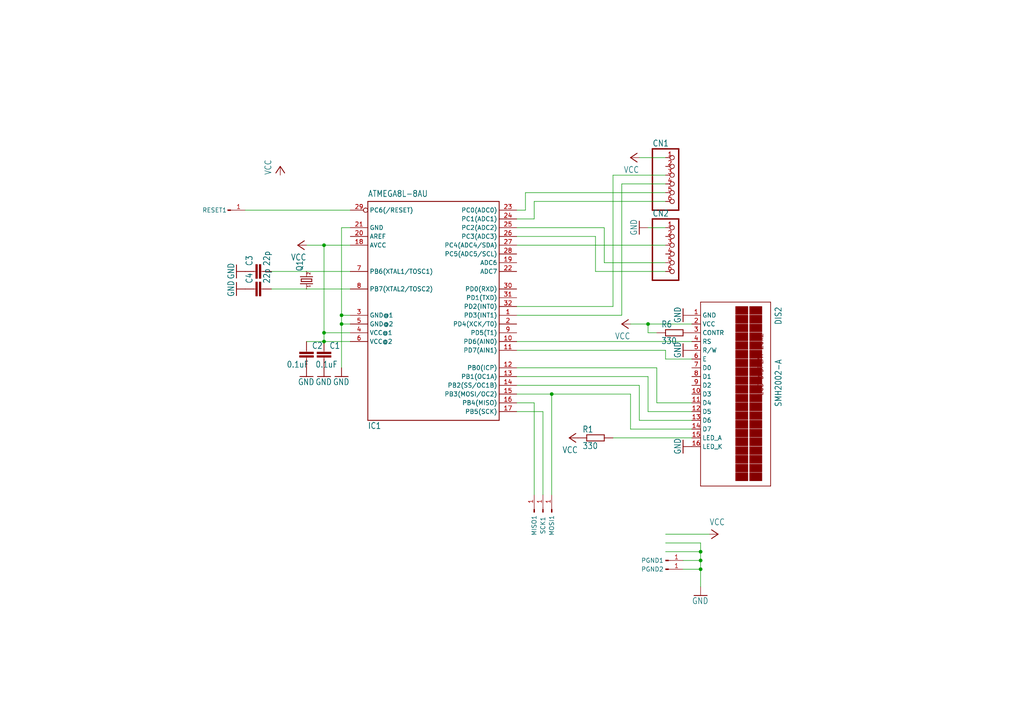
<source format=kicad_sch>
(kicad_sch (version 20230121) (generator eeschema)
  (paper "A4")
  (lib_symbols
    (symbol "Connector:Conn_01x01_Pin" (pin_names (offset 1.016) hide)
      (property "Reference" "J" (at 0 2.54 0))
      (property "Value" "Conn_01x01_Pin" (at 0 -2.54 0))
      (symbol "Conn_01x01_Pin_1_1"
        (polyline (pts (xy 1.27 0) (xy 0.8636 0)) (stroke (width 0.1524)))
        (rectangle (start 0.8636 0.127) (end 0 -0.127) (stroke (width 0.1524)) (fill (type outline)))
        (pin passive line (at 5.08 0 180) (length 3.81) (name "Pin_1") (number "1"))
      )
    )
    (symbol "sed1200emu-eagle-import:C-EUC0805"
      (property "Reference" "C" (at 1.524 0.381 0))
      (symbol "C-EUC0805_1_0"
        (rectangle (start -2.032 -2.032) (end 2.032 -1.524) (fill (type outline)))
        (rectangle (start -2.032 -1.016) (end 2.032 -0.508) (fill (type outline)))
        (polyline (pts (xy 0 -2.54) (xy 0 -2.032)) (stroke (width 0.1524)))
        (polyline (pts (xy 0 0) (xy 0 -0.508)) (stroke (width 0.1524)))
        (pin passive line (at 0 2.54 270) (length 2.54) (name "1") (number "1"))
        (pin passive line (at 0 -5.08 90) (length 2.54) (name "2") (number "2"))
      )
    )
    (symbol "sed1200emu-eagle-import:CRYSTALHC49S"
      (property "Reference" "Q" (at 2.54 1.016 0))
      (symbol "CRYSTALHC49S_1_0"
        (polyline (pts (xy -2.54 0) (xy -1.016 0)) (stroke (width 0.1524)))
        (polyline (pts (xy -1.016 1.778) (xy -1.016 -1.778)) (stroke (width 0.254)))
        (polyline (pts (xy -0.381 -1.524) (xy 0.381 -1.524)) (stroke (width 0.254)))
        (polyline (pts (xy -0.381 1.524) (xy -0.381 -1.524)) (stroke (width 0.254)))
        (polyline (pts (xy 0.381 -1.524) (xy 0.381 1.524)) (stroke (width 0.254)))
        (polyline (pts (xy 0.381 1.524) (xy -0.381 1.524)) (stroke (width 0.254)))
        (polyline (pts (xy 1.016 0) (xy 2.54 0)) (stroke (width 0.1524)))
        (polyline (pts (xy 1.016 1.778) (xy 1.016 -1.778)) (stroke (width 0.254)))
        (text "1" (at -2.159 -1.143 0) (effects (font (size 0.8636 0.734)) (justify left bottom)))
        (text "2" (at 1.524 -1.143 0) (effects (font (size 0.8636 0.734)) (justify left bottom)))
        (pin passive line (at -2.54 0 0) (length 0) (name "1") (number "1"))
        (pin passive line (at 2.54 0 180) (length 0) (name "2") (number "2"))
      )
    )
    (symbol "sed1200emu-eagle-import:GND" (power)
      (property "Value" "GND" (at -2.54 -2.54 0))
      (symbol "GND_1_0"
        (polyline (pts (xy -1.905 0) (xy 1.905 0)) (stroke (width 0.254)))
        (pin power_in line (at 0 2.54 270) (length 2.54) (name "GND") (number "1"))
      )
    )
    (symbol "sed1200emu-eagle-import:MEGA8-AI"
      (property "Reference" "IC" (at -17.78 -38.1 0))
      (symbol "MEGA8-AI_1_0"
        (polyline (pts (xy -17.78 -35.56) (xy -17.78 27.94)) (stroke (width 0.254)))
        (polyline (pts (xy -17.78 27.94) (xy 20.32 27.94)) (stroke (width 0.254)))
        (polyline (pts (xy 20.32 -35.56) (xy -17.78 -35.56)) (stroke (width 0.254)))
        (polyline (pts (xy 20.32 27.94) (xy 20.32 -35.56)) (stroke (width 0.254)))
        (pin bidirectional line (at 25.4 -5.08 180) (length 5.08) (name "PD3(INT1)") (number "1"))
        (pin bidirectional line (at 25.4 -12.7 180) (length 5.08) (name "PD6(AIN0)") (number "10"))
        (pin bidirectional line (at 25.4 -15.24 180) (length 5.08) (name "PD7(AIN1)") (number "11"))
        (pin bidirectional line (at 25.4 -20.32 180) (length 5.08) (name "PB0(ICP)") (number "12"))
        (pin bidirectional line (at 25.4 -22.86 180) (length 5.08) (name "PB1(OC1A)") (number "13"))
        (pin bidirectional line (at 25.4 -25.4 180) (length 5.08) (name "PB2(SS/OC1B)") (number "14"))
        (pin bidirectional line (at 25.4 -27.94 180) (length 5.08) (name "PB3(MOSI/OC2)") (number "15"))
        (pin bidirectional line (at 25.4 -30.48 180) (length 5.08) (name "PB4(MISO)") (number "16"))
        (pin bidirectional line (at 25.4 -33.02 180) (length 5.08) (name "PB5(SCK)") (number "17"))
        (pin power_in line (at -22.86 15.24 0) (length 5.08) (name "AVCC") (number "18"))
        (pin bidirectional line (at 25.4 10.16 180) (length 5.08) (name "ADC6") (number "19"))
        (pin bidirectional line (at 25.4 -7.62 180) (length 5.08) (name "PD4(XCK/T0)") (number "2"))
        (pin passive line (at -22.86 17.78 0) (length 5.08) (name "AREF") (number "20"))
        (pin power_in line (at -22.86 20.32 0) (length 5.08) (name "GND") (number "21"))
        (pin bidirectional line (at 25.4 7.62 180) (length 5.08) (name "ADC7") (number "22"))
        (pin bidirectional line (at 25.4 25.4 180) (length 5.08) (name "PC0(ADC0)") (number "23"))
        (pin bidirectional line (at 25.4 22.86 180) (length 5.08) (name "PC1(ADC1)") (number "24"))
        (pin bidirectional line (at 25.4 20.32 180) (length 5.08) (name "PC2(ADC2)") (number "25"))
        (pin bidirectional line (at 25.4 17.78 180) (length 5.08) (name "PC3(ADC3)") (number "26"))
        (pin bidirectional line (at 25.4 15.24 180) (length 5.08) (name "PC4(ADC4/SDA)") (number "27"))
        (pin bidirectional line (at 25.4 12.7 180) (length 5.08) (name "PC5(ADC5/SCL)") (number "28"))
        (pin bidirectional inverted (at -22.86 25.4 0) (length 5.08) (name "PC6(/RESET)") (number "29"))
        (pin power_in line (at -22.86 -5.08 0) (length 5.08) (name "GND@1") (number "3"))
        (pin bidirectional line (at 25.4 2.54 180) (length 5.08) (name "PD0(RXD)") (number "30"))
        (pin bidirectional line (at 25.4 0 180) (length 5.08) (name "PD1(TXD)") (number "31"))
        (pin bidirectional line (at 25.4 -2.54 180) (length 5.08) (name "PD2(INT0)") (number "32"))
        (pin power_in line (at -22.86 -10.16 0) (length 5.08) (name "VCC@1") (number "4"))
        (pin power_in line (at -22.86 -7.62 0) (length 5.08) (name "GND@2") (number "5"))
        (pin power_in line (at -22.86 -12.7 0) (length 5.08) (name "VCC@2") (number "6"))
        (pin bidirectional line (at -22.86 7.62 0) (length 5.08) (name "PB6(XTAL1/TOSC1)") (number "7"))
        (pin bidirectional line (at -22.86 2.54 0) (length 5.08) (name "PB7(XTAL2/TOSC2)") (number "8"))
        (pin bidirectional line (at 25.4 -10.16 180) (length 5.08) (name "PD5(T1)") (number "9"))
      )
    )
    (symbol "sed1200emu-eagle-import:PINHD-1X6"
      (property "Reference" "JP" (at -6.35 10.795 0))
      (symbol "PINHD-1X6_1_0"
        (polyline (pts (xy -6.35 -7.62) (xy 1.27 -7.62)) (stroke (width 0.4064)))
        (polyline (pts (xy -6.35 10.16) (xy -6.35 -7.62)) (stroke (width 0.4064)))
        (polyline (pts (xy 1.27 -7.62) (xy 1.27 10.16)) (stroke (width 0.4064)))
        (polyline (pts (xy 1.27 10.16) (xy -6.35 10.16)) (stroke (width 0.4064)))
        (pin passive inverted (at -2.54 7.62 0) (length 2.54) (name "1") (number "1"))
        (pin passive inverted (at -2.54 5.08 0) (length 2.54) (name "2") (number "2"))
        (pin passive inverted (at -2.54 2.54 0) (length 2.54) (name "3") (number "3"))
        (pin passive inverted (at -2.54 0 0) (length 2.54) (name "4") (number "4"))
        (pin passive inverted (at -2.54 -2.54 0) (length 2.54) (name "5") (number "5"))
        (pin passive inverted (at -2.54 -5.08 0) (length 2.54) (name "6") (number "6"))
      )
    )
    (symbol "sed1200emu-eagle-import:R-EU_M0805"
      (property "Reference" "R" (at -3.81 1.4986 0))
      (symbol "R-EU_M0805_1_0"
        (polyline (pts (xy -2.54 -0.889) (xy -2.54 0.889)) (stroke (width 0.254)))
        (polyline (pts (xy -2.54 -0.889) (xy 2.54 -0.889)) (stroke (width 0.254)))
        (polyline (pts (xy 2.54 -0.889) (xy 2.54 0.889)) (stroke (width 0.254)))
        (polyline (pts (xy 2.54 0.889) (xy -2.54 0.889)) (stroke (width 0.254)))
        (pin passive line (at -5.08 0 0) (length 2.54) (name "1") (number "1"))
        (pin passive line (at 5.08 0 180) (length 2.54) (name "2") (number "2"))
      )
    )
    (symbol "sed1200emu-eagle-import:TUXGR_20X2"
      (property "Reference" "DIS" (at -25.4 13.97 0))
      (symbol "TUXGR_20X2_1_0"
        (rectangle (start -25.4 2.54) (end -23.114 6.096) (fill (type outline)))
        (rectangle (start -25.4 6.604) (end -23.114 10.16) (fill (type outline)))
        (rectangle (start -22.86 2.54) (end -20.574 6.096) (fill (type outline)))
        (rectangle (start -22.86 6.604) (end -20.574 10.16) (fill (type outline)))
        (rectangle (start -20.32 2.54) (end -18.034 6.096) (fill (type outline)))
        (rectangle (start -20.32 6.604) (end -18.034 10.16) (fill (type outline)))
        (rectangle (start -17.78 2.54) (end -15.494 6.096) (fill (type outline)))
        (rectangle (start -17.78 6.604) (end -15.494 10.16) (fill (type outline)))
        (rectangle (start -15.24 2.54) (end -12.954 6.096) (fill (type outline)))
        (rectangle (start -15.24 6.604) (end -12.954 10.16) (fill (type outline)))
        (rectangle (start -12.7 2.54) (end -10.414 6.096) (fill (type outline)))
        (rectangle (start -12.7 6.604) (end -10.414 10.16) (fill (type outline)))
        (rectangle (start -10.16 2.54) (end -7.874 6.096) (fill (type outline)))
        (rectangle (start -10.16 6.604) (end -7.874 10.16) (fill (type outline)))
        (rectangle (start -7.62 2.54) (end -5.334 6.096) (fill (type outline)))
        (rectangle (start -7.62 6.604) (end -5.334 10.16) (fill (type outline)))
        (rectangle (start -5.08 2.54) (end -2.794 6.096) (fill (type outline)))
        (rectangle (start -5.08 6.604) (end -2.794 10.16) (fill (type outline)))
        (rectangle (start -2.54 2.54) (end -0.254 6.096) (fill (type outline)))
        (rectangle (start -2.54 6.604) (end -0.254 10.16) (fill (type outline)))
        (polyline (pts (xy -26.67 -7.62) (xy 26.67 -7.62)) (stroke (width 0.2032)))
        (polyline (pts (xy -26.67 12.7) (xy -26.67 -7.62)) (stroke (width 0.2032)))
        (polyline (pts (xy 26.67 -7.62) (xy 26.67 12.7)) (stroke (width 0.2032)))
        (polyline (pts (xy 26.67 12.7) (xy -26.67 12.7)) (stroke (width 0.2032)))
        (rectangle (start 0 2.54) (end 2.286 6.096) (fill (type outline)))
        (rectangle (start 0 6.604) (end 2.286 10.16) (fill (type outline)))
        (rectangle (start 2.54 2.54) (end 4.826 6.096) (fill (type outline)))
        (rectangle (start 2.54 6.604) (end 4.826 10.16) (fill (type outline)))
        (rectangle (start 5.08 2.54) (end 7.366 6.096) (fill (type outline)))
        (rectangle (start 5.08 6.604) (end 7.366 10.16) (fill (type outline)))
        (rectangle (start 7.62 2.54) (end 9.906 6.096) (fill (type outline)))
        (rectangle (start 7.62 6.604) (end 9.906 10.16) (fill (type outline)))
        (rectangle (start 10.16 2.54) (end 12.446 6.096) (fill (type outline)))
        (rectangle (start 10.16 6.604) (end 12.446 10.16) (fill (type outline)))
        (rectangle (start 12.7 2.54) (end 14.986 6.096) (fill (type outline)))
        (rectangle (start 12.7 6.604) (end 14.986 10.16) (fill (type outline)))
        (rectangle (start 15.24 2.54) (end 17.526 6.096) (fill (type outline)))
        (rectangle (start 15.24 6.604) (end 17.526 10.16) (fill (type outline)))
        (rectangle (start 17.78 2.54) (end 20.066 6.096) (fill (type outline)))
        (rectangle (start 17.78 6.604) (end 20.066 10.16) (fill (type outline)))
        (rectangle (start 20.32 2.54) (end 22.606 6.096) (fill (type outline)))
        (rectangle (start 20.32 6.604) (end 22.606 10.16) (fill (type outline)))
        (rectangle (start 22.86 2.54) (end 25.146 6.096) (fill (type outline)))
        (rectangle (start 22.86 6.604) (end 25.146 10.16) (fill (type outline)))
        (text "LCD DISPLAY 20x2" (at -17.78 10.668 0) (effects (font (size 1.524 1.2954)) (justify left bottom)))
        (pin power_in line (at -22.86 -10.16 90) (length 2.54) (name "GND") (number "1"))
        (pin input line (at 0 -10.16 90) (length 2.54) (name "D3") (number "10"))
        (pin input line (at 2.54 -10.16 90) (length 2.54) (name "D4") (number "11"))
        (pin input line (at 5.08 -10.16 90) (length 2.54) (name "D5") (number "12"))
        (pin input line (at 7.62 -10.16 90) (length 2.54) (name "D6") (number "13"))
        (pin input line (at 10.16 -10.16 90) (length 2.54) (name "D7") (number "14"))
        (pin input line (at 12.7 -10.16 90) (length 2.54) (name "LED_A") (number "15"))
        (pin input line (at 15.24 -10.16 90) (length 2.54) (name "LED_K") (number "16"))
        (pin power_in line (at -20.32 -10.16 90) (length 2.54) (name "VCC") (number "2"))
        (pin input line (at -17.78 -10.16 90) (length 2.54) (name "CONTR") (number "3"))
        (pin input line (at -15.24 -10.16 90) (length 2.54) (name "RS") (number "4"))
        (pin input line (at -12.7 -10.16 90) (length 2.54) (name "R/W") (number "5"))
        (pin input line (at -10.16 -10.16 90) (length 2.54) (name "E") (number "6"))
        (pin input line (at -7.62 -10.16 90) (length 2.54) (name "D0") (number "7"))
        (pin input line (at -5.08 -10.16 90) (length 2.54) (name "D1") (number "8"))
        (pin input line (at -2.54 -10.16 90) (length 2.54) (name "D2") (number "9"))
      )
    )
    (symbol "sed1200emu-eagle-import:VCC" (power)
      (property "Value" "VCC" (at -2.54 -2.54 90))
      (symbol "VCC_1_0"
        (polyline (pts (xy 0 0) (xy -1.27 -1.905)) (stroke (width 0.254)))
        (polyline (pts (xy 1.27 -1.905) (xy 0 0)) (stroke (width 0.254)))
        (pin power_in line (at 0 -2.54 90) (length 2.54) (name "VCC") (number "1"))
      )
    )
  )
  (junction (at 203.2 162.56))
  (junction (at 203.2 165.1))
  (junction (at 93.98 71.12))
  (junction (at 93.98 99.06))
  (junction (at 160.02 114.3))
  (junction (at 99.06 91.44))
  (junction (at 99.06 93.98))
  (junction (at 187.96 93.98))
  (junction (at 93.98 96.52))
  (junction (at 203.2 160.02))
  (wire (pts (xy 200.66 104.14) (xy 193.04 104.14)) (stroke (width 0.1524)))
  (wire (pts (xy 205.74 154.94) (xy 193.04 154.94)) (stroke (width 0.1524)))
  (wire (pts (xy 187.96 66.04) (xy 193.04 66.04)) (stroke (width 0.1524)))
  (wire (pts (xy 193.04 101.6) (xy 149.86 101.6)) (stroke (width 0.1524)))
  (wire (pts (xy 190.5 116.84) (xy 200.66 116.84)) (stroke (width 0.1524)))
  (wire (pts (xy 193.04 78.74) (xy 172.72 78.74)) (stroke (width 0.1524)))
  (wire (pts (xy 101.6 78.74) (xy 88.9 78.74)) (stroke (width 0.1524)))
  (wire (pts (xy 152.4 60.96) (xy 152.4 55.88)) (stroke (width 0.1524)))
  (wire (pts (xy 101.6 66.04) (xy 99.06 66.04)) (stroke (width 0.1524)))
  (wire (pts (xy 149.86 106.68) (xy 190.5 106.68)) (stroke (width 0.1524)))
  (wire (pts (xy 88.9 83.82) (xy 78.74 83.82)) (stroke (width 0.1524)))
  (wire (pts (xy 190.5 106.68) (xy 190.5 116.84)) (stroke (width 0.1524)))
  (wire (pts (xy 154.94 63.5) (xy 154.94 58.42)) (stroke (width 0.1524)))
  (wire (pts (xy 152.4 55.88) (xy 193.04 55.88)) (stroke (width 0.1524)))
  (wire (pts (xy 177.8 88.9) (xy 149.86 88.9)) (stroke (width 0.1524)))
  (wire (pts (xy 175.26 66.04) (xy 175.26 76.2)) (stroke (width 0.1524)))
  (wire (pts (xy 180.34 53.34) (xy 193.04 53.34)) (stroke (width 0.1524)))
  (wire (pts (xy 88.9 78.74) (xy 78.74 78.74)) (stroke (width 0.1524)))
  (wire (pts (xy 93.98 99.06) (xy 93.98 96.52)) (stroke (width 0.1524)))
  (wire (pts (xy 160.02 114.3) (xy 149.86 114.3)) (stroke (width 0.1524)))
  (wire (pts (xy 193.04 71.12) (xy 149.86 71.12)) (stroke (width 0.1524)))
  (wire (pts (xy 160.02 143.51) (xy 160.02 114.3)) (stroke (width 0.1524)))
  (wire (pts (xy 182.88 93.98) (xy 187.96 93.98)) (stroke (width 0.1524)))
  (wire (pts (xy 157.48 119.38) (xy 149.86 119.38)) (stroke (width 0.1524)))
  (wire (pts (xy 200.66 99.06) (xy 149.86 99.06)) (stroke (width 0.1524)))
  (wire (pts (xy 99.06 106.68) (xy 99.06 93.98)) (stroke (width 0.1524)))
  (wire (pts (xy 149.86 60.96) (xy 152.4 60.96)) (stroke (width 0.1524)))
  (wire (pts (xy 200.66 121.92) (xy 185.42 121.92)) (stroke (width 0.1524)))
  (wire (pts (xy 203.2 157.48) (xy 203.2 160.02)) (stroke (width 0.1524)))
  (wire (pts (xy 185.42 121.92) (xy 185.42 111.76)) (stroke (width 0.1524)))
  (wire (pts (xy 175.26 76.2) (xy 193.04 76.2)) (stroke (width 0.1524)))
  (wire (pts (xy 157.48 143.51) (xy 157.48 119.38)) (stroke (width 0.1524)))
  (wire (pts (xy 101.6 99.06) (xy 93.98 99.06)) (stroke (width 0.1524)))
  (wire (pts (xy 172.72 78.74) (xy 172.72 68.58)) (stroke (width 0.1524)))
  (wire (pts (xy 99.06 93.98) (xy 99.06 91.44)) (stroke (width 0.1524)))
  (wire (pts (xy 187.96 119.38) (xy 187.96 109.22)) (stroke (width 0.1524)))
  (wire (pts (xy 154.94 116.84) (xy 154.94 143.51)) (stroke (width 0.1524)))
  (wire (pts (xy 193.04 157.48) (xy 203.2 157.48)) (stroke (width 0.1524)))
  (wire (pts (xy 187.96 93.98) (xy 200.66 93.98)) (stroke (width 0.1524)))
  (wire (pts (xy 101.6 93.98) (xy 99.06 93.98)) (stroke (width 0.1524)))
  (wire (pts (xy 180.34 91.44) (xy 180.34 53.34)) (stroke (width 0.1524)))
  (wire (pts (xy 193.04 160.02) (xy 203.2 160.02)) (stroke (width 0.1524)))
  (wire (pts (xy 185.42 45.72) (xy 193.04 45.72)) (stroke (width 0.1524)))
  (wire (pts (xy 198.12 165.1) (xy 203.2 165.1)) (stroke (width 0.1524)))
  (wire (pts (xy 149.86 91.44) (xy 180.34 91.44)) (stroke (width 0.1524)))
  (wire (pts (xy 149.86 116.84) (xy 154.94 116.84)) (stroke (width 0.1524)))
  (wire (pts (xy 203.2 165.1) (xy 203.2 170.18)) (stroke (width 0.1524)))
  (wire (pts (xy 182.88 114.3) (xy 160.02 114.3)) (stroke (width 0.1524)))
  (wire (pts (xy 203.2 160.02) (xy 203.2 162.56)) (stroke (width 0.1524)))
  (wire (pts (xy 177.8 127) (xy 200.66 127)) (stroke (width 0.1524)))
  (wire (pts (xy 99.06 66.04) (xy 99.06 91.44)) (stroke (width 0.1524)))
  (wire (pts (xy 71.12 60.96) (xy 101.6 60.96)) (stroke (width 0.1524)))
  (wire (pts (xy 187.96 96.52) (xy 187.96 93.98)) (stroke (width 0.1524)))
  (wire (pts (xy 93.98 99.06) (xy 88.9 99.06)) (stroke (width 0.1524)))
  (wire (pts (xy 154.94 58.42) (xy 193.04 58.42)) (stroke (width 0.1524)))
  (wire (pts (xy 149.86 66.04) (xy 175.26 66.04)) (stroke (width 0.1524)))
  (wire (pts (xy 187.96 109.22) (xy 149.86 109.22)) (stroke (width 0.1524)))
  (wire (pts (xy 149.86 63.5) (xy 154.94 63.5)) (stroke (width 0.1524)))
  (wire (pts (xy 88.9 83.82) (xy 101.6 83.82)) (stroke (width 0.1524)))
  (wire (pts (xy 182.88 124.46) (xy 182.88 114.3)) (stroke (width 0.1524)))
  (wire (pts (xy 190.5 96.52) (xy 187.96 96.52)) (stroke (width 0.1524)))
  (wire (pts (xy 185.42 111.76) (xy 149.86 111.76)) (stroke (width 0.1524)))
  (wire (pts (xy 177.8 50.8) (xy 177.8 88.9)) (stroke (width 0.1524)))
  (wire (pts (xy 93.98 71.12) (xy 88.9 71.12)) (stroke (width 0.1524)))
  (wire (pts (xy 172.72 68.58) (xy 149.86 68.58)) (stroke (width 0.1524)))
  (wire (pts (xy 203.2 162.56) (xy 203.2 165.1)) (stroke (width 0.1524)))
  (wire (pts (xy 93.98 96.52) (xy 93.98 71.12)) (stroke (width 0.1524)))
  (wire (pts (xy 93.98 96.52) (xy 101.6 96.52)) (stroke (width 0.1524)))
  (wire (pts (xy 93.98 71.12) (xy 101.6 71.12)) (stroke (width 0.1524)))
  (wire (pts (xy 193.04 104.14) (xy 193.04 101.6)) (stroke (width 0.1524)))
  (wire (pts (xy 200.66 124.46) (xy 182.88 124.46)) (stroke (width 0.1524)))
  (wire (pts (xy 99.06 91.44) (xy 101.6 91.44)) (stroke (width 0.1524)))
  (wire (pts (xy 198.12 162.56) (xy 203.2 162.56)) (stroke (width 0.1524)))
  (wire (pts (xy 193.04 50.8) (xy 177.8 50.8)) (stroke (width 0.1524)))
  (wire (pts (xy 200.66 119.38) (xy 187.96 119.38)) (stroke (width 0.1524)))
  (symbol (lib_id "sed1200emu-eagle-import:CRYSTALHC49S") (at 88.9 81.28 90) (unit 1)
    (property "Reference" "Q1" (at 87.884 78.74 0) (effects (font (size 1.778 1.5113)) (justify left bottom)))
    (property "Value" "HC-49/S 16pF" (effects hide))
    (property "Footprint" "sed1200emu:HC49_S" (effects hide))
  )
  (symbol (lib_id "sed1200emu-eagle-import:VCC") (at 180.34 93.98 90) (unit 1)
    (property "Reference" "#P+03" (effects hide))
    (property "Value" "VCC" (at 182.88 96.52 90) (effects (font (size 1.778 1.5113)) (justify left bottom)))
  )
  (symbol (lib_id "sed1200emu-eagle-import:GND") (at 185.42 66.04 270) (unit 1)
    (property "Reference" "#GND02" (effects hide))
    (property "Value" "GND" (at 182.88 63.5 0) (effects (font (size 1.778 1.5113)) (justify left bottom)))
  )
  (symbol (lib_id "sed1200emu-eagle-import:GND") (at 198.12 91.44 270) (unit 1)
    (property "Reference" "#GND03" (effects hide))
    (property "Value" "GND" (at 195.58 88.9 0) (effects (font (size 1.778 1.5113)) (justify left bottom)))
  )
  (symbol (lib_id "sed1200emu-eagle-import:VCC") (at 165.1 127 90) (unit 1)
    (property "Reference" "#P+04" (effects hide))
    (property "Value" "VCC" (at 167.64 129.54 90) (effects (font (size 1.778 1.5113)) (justify left bottom)))
  )
  (symbol (lib_id "sed1200emu-eagle-import:GND") (at 68.58 78.74 270) (unit 1)
    (property "Reference" "#GND09" (effects hide))
    (property "Value" "GND" (at 66.04 76.2 0) (effects (font (size 1.778 1.5113)) (justify left bottom)))
  )
  (symbol (lib_id "sed1200emu-eagle-import:GND") (at 198.12 129.54 270) (unit 1)
    (property "Reference" "#GND010" (effects hide))
    (property "Value" "GND" (at 195.58 127 0) (effects (font (size 1.778 1.5113)) (justify left bottom)))
  )
  (symbol (lib_id "sed1200emu-eagle-import:MEGA8-AI") (at 124.46 86.36 0) (unit 1)
    (property "Reference" "IC1" (at 106.68 124.46 0) (effects (font (size 1.778 1.5113)) (justify left bottom)))
    (property "Value" "ATMEGA8L-8AU" (at 106.68 57.15 0) (effects (font (size 1.778 1.5113)) (justify left bottom)))
    (property "Footprint" "Package_QFP:TQFP-32_7x7mm_P0.8mm" (effects hide))
    (property "Datasheet" "http://ww1.microchip.com/downloads/en/DeviceDoc/atmel-2486-8-bit-avr-microcontroller-atmega8_l_datasheet.pdf" (effects hide))
  )
  (symbol (lib_id "Connector:Conn_01x01_Pin") (at 154.94 148.59 90) (unit 1)
    (property "Reference" "MISO1" (at 154.94 152.4 0))
    (property "Value" "Conn_01x01_Pin" (effects hide))
    (property "Footprint" "Connector_PinHeader_2.54mm:PinHeader_1x01_P2.54mm_Vertical" (effects hide))
  )
  (symbol (lib_id "sed1200emu-eagle-import:GND") (at 93.98 109.22 0) (unit 1)
    (property "Reference" "#GND04" (effects hide))
    (property "Value" "GND" (at 91.44 111.76 0) (effects (font (size 1.778 1.5113)) (justify left bottom)))
  )
  (symbol (lib_id "sed1200emu-eagle-import:PINHD-1X6") (at 195.58 53.34 0) (unit 1)
    (property "Reference" "CN1" (at 189.23 42.545 0) (effects (font (size 1.778 1.5113)) (justify left bottom)))
    (property "Value" "Conn_01x06_Pin 2.54mm" (effects hide))
    (property "Footprint" "Connector_PinHeader_2.54mm:PinHeader_1x06_P2.54mm_Vertical" (effects hide))
  )
  (symbol (lib_id "Connector:Conn_01x01_Pin") (at 66.04 60.96 0) (unit 1)
    (property "Reference" "RESET1" (at 62.23 60.96 0))
    (property "Value" "Conn_01x01_Pin" (effects hide))
    (property "Footprint" "Connector_PinHeader_2.54mm:PinHeader_1x01_P2.54mm_Vertical" (effects hide))
  )
  (symbol (lib_id "sed1200emu-eagle-import:VCC") (at 81.28 48.26 0) (unit 1)
    (property "Reference" "#P+06" (effects hide))
    (property "Value" "VCC" (at 78.74 50.8 90) (effects (font (size 1.778 1.5113)) (justify left bottom)))
  )
  (symbol (lib_id "sed1200emu-eagle-import:VCC") (at 86.36 71.12 90) (unit 1)
    (property "Reference" "#P+02" (effects hide))
    (property "Value" "VCC" (at 88.9 73.66 90) (effects (font (size 1.778 1.5113)) (justify left bottom)))
  )
  (symbol (lib_id "sed1200emu-eagle-import:C-EUC0805") (at 73.66 78.74 90) (unit 1)
    (property "Reference" "C3" (at 73.279 77.216 0) (effects (font (size 1.778 1.5113)) (justify left bottom)))
    (property "Value" "22p" (at 78.359 77.216 0) (effects (font (size 1.778 1.5113)) (justify left bottom)))
    (property "Footprint" "sed1200emu:C0805" (effects hide))
  )
  (symbol (lib_id "sed1200emu-eagle-import:C-EUC0805") (at 73.66 83.82 90) (unit 1)
    (property "Reference" "C4" (at 73.279 82.296 0) (effects (font (size 1.778 1.5113)) (justify left bottom)))
    (property "Value" "22p" (at 78.359 82.296 0) (effects (font (size 1.778 1.5113)) (justify left bottom)))
    (property "Footprint" "sed1200emu:C0805" (effects hide))
  )
  (symbol (lib_id "Connector:Conn_01x01_Pin") (at 157.48 148.59 90) (unit 1)
    (property "Reference" "SCK1" (at 157.48 152.4 0))
    (property "Value" "Conn_01x01_Pin" (effects hide))
    (property "Footprint" "Connector_PinHeader_2.54mm:PinHeader_1x01_P2.54mm_Vertical" (effects hide))
  )
  (symbol (lib_id "sed1200emu-eagle-import:VCC") (at 208.28 154.94 270) (unit 1)
    (property "Reference" "#P+05" (effects hide))
    (property "Value" "VCC" (at 205.74 152.4 90) (effects (font (size 1.778 1.5113)) (justify left bottom)))
  )
  (symbol (lib_id "sed1200emu-eagle-import:GND") (at 99.06 109.22 0) (unit 1)
    (property "Reference" "#GND01" (effects hide))
    (property "Value" "GND" (at 96.52 111.76 0) (effects (font (size 1.778 1.5113)) (justify left bottom)))
  )
  (symbol (lib_id "sed1200emu-eagle-import:R-EU_M0805") (at 195.58 96.52 0) (unit 1)
    (property "Reference" "R6" (at 191.77 95.0214 0) (effects (font (size 1.778 1.5113)) (justify left bottom)))
    (property "Value" "330" (at 191.77 99.822 0) (effects (font (size 1.778 1.5113)) (justify left bottom)))
    (property "Footprint" "sed1200emu:M0805" (effects hide))
  )
  (symbol (lib_id "sed1200emu-eagle-import:TUXGR_20X2") (at 210.82 114.3 270) (unit 1)
    (property "Reference" "DIS2" (at 224.79 88.9 0) (effects (font (size 1.778 1.5113)) (justify left bottom)))
    (property "Value" "SMH2002-A" (at 224.79 104.14 0) (effects (font (size 1.778 1.5113)) (justify left bottom)))
    (property "Footprint" "sed1200emu:TUXGR_20X2" (effects hide))
  )
  (symbol (lib_id "Connector:Conn_01x01_Pin") (at 193.04 162.56 0) (unit 1)
    (property "Reference" "PGND1" (at 189.23 162.56 0))
    (property "Value" "Conn_01x01_Pin" (effects hide))
    (property "Footprint" "Connector_PinHeader_2.54mm:PinHeader_1x01_P2.54mm_Vertical" (effects hide))
  )
  (symbol (lib_id "sed1200emu-eagle-import:VCC") (at 182.88 45.72 90) (unit 1)
    (property "Reference" "#P+01" (effects hide))
    (property "Value" "VCC" (at 185.42 48.26 90) (effects (font (size 1.778 1.5113)) (justify left bottom)))
  )
  (symbol (lib_id "sed1200emu-eagle-import:GND") (at 88.9 109.22 0) (unit 1)
    (property "Reference" "#GND05" (effects hide))
    (property "Value" "GND" (at 86.36 111.76 0) (effects (font (size 1.778 1.5113)) (justify left bottom)))
  )
  (symbol (lib_id "sed1200emu-eagle-import:C-EUC0805") (at 93.98 101.6 0) (unit 1)
    (property "Reference" "C1" (at 95.504 101.219 0) (effects (font (size 1.778 1.5113)) (justify left bottom)))
    (property "Value" "0.1uF" (at 91.44 106.68 0) (effects (font (size 1.778 1.5113)) (justify left bottom)))
    (property "Footprint" "sed1200emu:C0805" (effects hide))
  )
  (symbol (lib_id "sed1200emu-eagle-import:GND") (at 203.2 172.72 0) (unit 1)
    (property "Reference" "#GND07" (effects hide))
    (property "Value" "GND" (at 200.66 175.26 0) (effects (font (size 1.778 1.5113)) (justify left bottom)))
  )
  (symbol (lib_id "Connector:Conn_01x01_Pin") (at 160.02 148.59 90) (unit 1)
    (property "Reference" "MOSI1" (at 160.02 152.4 0))
    (property "Value" "Conn_01x01_Pin" (effects hide))
    (property "Footprint" "Connector_PinHeader_2.54mm:PinHeader_1x01_P2.54mm_Vertical" (effects hide))
  )
  (symbol (lib_id "sed1200emu-eagle-import:GND") (at 68.58 83.82 270) (unit 1)
    (property "Reference" "#GND08" (effects hide))
    (property "Value" "GND" (at 66.04 81.28 0) (effects (font (size 1.778 1.5113)) (justify left bottom)))
  )
  (symbol (lib_id "sed1200emu-eagle-import:PINHD-1X6") (at 195.58 73.66 0) (unit 1)
    (property "Reference" "CN2" (at 189.23 62.865 0) (effects (font (size 1.778 1.5113)) (justify left bottom)))
    (property "Value" "Conn_01x06_Pin 2.54mm" (effects hide))
    (property "Footprint" "Connector_PinHeader_2.54mm:PinHeader_1x06_P2.54mm_Vertical" (effects hide))
  )
  (symbol (lib_id "sed1200emu-eagle-import:R-EU_M0805") (at 172.72 127 0) (unit 1)
    (property "Reference" "R1" (at 168.91 125.5014 0) (effects (font (size 1.778 1.5113)) (justify left bottom)))
    (property "Value" "330" (at 168.91 130.302 0) (effects (font (size 1.778 1.5113)) (justify left bottom)))
    (property "Footprint" "sed1200emu:M0805" (effects hide))
  )
  (symbol (lib_id "sed1200emu-eagle-import:GND") (at 198.12 101.6 270) (unit 1)
    (property "Reference" "#GND06" (effects hide))
    (property "Value" "GND" (at 195.58 99.06 0) (effects (font (size 1.778 1.5113)) (justify left bottom)))
  )
  (symbol (lib_id "sed1200emu-eagle-import:C-EUC0805") (at 88.9 101.6 0) (unit 1)
    (property "Reference" "C2" (at 90.424 101.219 0) (effects (font (size 1.778 1.5113)) (justify left bottom)))
    (property "Value" "0.1uF" (at 86.36 106.68 0) (effects (font (size 1.778 1.5113)) (justify bottom)))
    (property "Footprint" "sed1200emu:C0805" (effects hide))
  )
  (symbol (lib_id "Connector:Conn_01x01_Pin") (at 193.04 165.1 0) (unit 1)
    (property "Reference" "PGND2" (at 189.23 165.1 0))
    (property "Value" "Conn_01x01_Pin" (effects hide))
    (property "Footprint" "Connector_PinHeader_2.54mm:PinHeader_1x01_P2.54mm_Vertical" (effects hide))
  )
)
</source>
